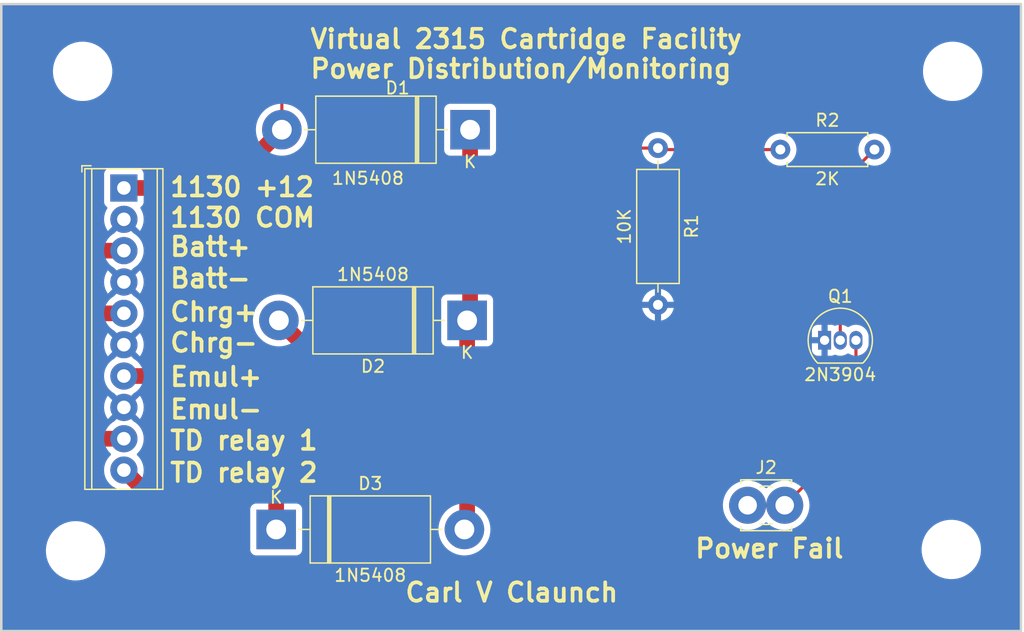
<source format=kicad_pcb>
(kicad_pcb (version 20221018) (generator pcbnew)
  (layers (0 "F.Cu" signal) (31 "B.Cu" signal) (34 "B.Paste" user) (35 "F.Paste" user) (36 "B.SilkS" user "B.Silkscreen") (37 "F.SilkS" user "F.Silkscreen") (38 "B.Mask" user) (39 "F.Mask" user) (44 "Edge.Cuts" user))
  (net 0 "")
  (net 1 "Net-(D1-K)")
  (net 2 "Net-(D1-A)")
  (net 3 "Net-(D3-K)")
  (net 4 "GNDREF")
  (net 5 "Net-(J2-Pin_1)")
  (net 6 "Net-(Q1-B)")
  (net 7 "Net-(J1-Pin_3)")
  (net 8 "Net-(D2-A)")
  (footprint "TerminalBlock_Phoenix:TerminalBlock_Phoenix_MPT-0,5-10-2.54_1x10_P2.54mm_Horizontal" (layer "F.Cu") (at 92.12 80.99 -90)
    (fp_text reference "J1" hide)
    (fp_text value "Screw_Terminal_01x10")
    (fp_line (start -1.8 2.66) (end -1.8 3.4) (stroke (width 0.12)) (layer "F.SilkS"))
    (fp_line (start -1.8 3.4) (end -1.3 3.4) (stroke (width 0.12)) (layer "F.SilkS"))
    (fp_line (start -1.56 -3.16) (end -1.56 3.16) (stroke (width 0.12)) (layer "F.SilkS"))
    (fp_line (start -1.56 -3.16) (end 24.42 -3.16) (stroke (width 0.12)) (layer "F.SilkS"))
    (fp_line (start -1.56 -2.7) (end 24.42 -2.7) (stroke (width 0.12)) (layer "F.SilkS"))
    (fp_line (start -1.56 2.6) (end 24.42 2.6) (stroke (width 0.12)) (layer "F.SilkS"))
    (fp_line (start -1.56 3.16) (end 24.42 3.16) (stroke (width 0.12)) (layer "F.SilkS"))
    (fp_line (start 24.42 -3.16) (end 24.42 3.16) (stroke (width 0.12)) (layer "F.SilkS"))
    (pad "1" thru_hole rect (at 0 0 270) (size 2.2 2.2) (drill 1.1) (layers "*.Cu" "*.Mask") (net 2 "Net-(D1-A)"))
    (pad "2" thru_hole circle (at 2.54 0 270) (size 2.2 2.2) (drill 1.1) (layers "*.Cu" "*.Mask") (net 4 "GNDREF"))
    (pad "3" thru_hole circle (at 5.08 0 270) (size 2.2 2.2) (drill 1.1) (layers "*.Cu" "*.Mask") (net 7 "Net-(J1-Pin_3)"))
    (pad "4" thru_hole circle (at 7.62 0 270) (size 2.2 2.2) (drill 1.1) (layers "*.Cu" "*.Mask") (net 4 "GNDREF"))
    (pad "5" thru_hole circle (at 10.16 0 270) (size 2.2 2.2) (drill 1.1) (layers "*.Cu" "*.Mask") (net 7 "Net-(J1-Pin_3)"))
    (pad "6" thru_hole circle (at 12.7 0 270) (size 2.2 2.2) (drill 1.1) (layers "*.Cu" "*.Mask") (net 4 "GNDREF"))
    (pad "7" thru_hole circle (at 15.24 0 270) (size 2.2 2.2) (drill 1.1) (layers "*.Cu" "*.Mask") (net 3 "Net-(D3-K)"))
    (pad "8" thru_hole circle (at 17.78 0 270) (size 2.2 2.2) (drill 1.1) (layers "*.Cu" "*.Mask") (net 4 "GNDREF"))
    (pad "9" thru_hole circle (at 20.32 0 270) (size 2.2 2.2) (drill 1.1) (layers "*.Cu" "*.Mask") (net 7 "Net-(J1-Pin_3)"))
    (pad "10" thru_hole circle (at 22.86 0 270) (size 2.2 2.2) (drill 1.1) (layers "*.Cu" "*.Mask") (net 8 "Net-(D2-A)"))
  )
  (footprint "Resistor_THT:R_Axial_DIN0309_L9.0mm_D3.2mm_P12.70mm_Horizontal" (layer "F.Cu") (at 135.36 77.76 -90)
    (fp_text reference "R1" (at 6.35 -2.72 90) (layer "F.SilkS"))
    (fp_text value "10K" (at 6.35 2.72 90) (layer "F.SilkS"))
    (fp_line (start 1.04 0) (end 1.73 0) (stroke (width 0.12)) (layer "F.SilkS"))
    (fp_line (start 1.73 -1.72) (end 1.73 1.72) (stroke (width 0.12)) (layer "F.SilkS"))
    (fp_line (start 1.73 1.72) (end 10.97 1.72) (stroke (width 0.12)) (layer "F.SilkS"))
    (fp_line (start 10.97 -1.72) (end 1.73 -1.72) (stroke (width 0.12)) (layer "F.SilkS"))
    (fp_line (start 10.97 1.72) (end 10.97 -1.72) (stroke (width 0.12)) (layer "F.SilkS"))
    (fp_line (start 11.66 0) (end 10.97 0) (stroke (width 0.12)) (layer "F.SilkS"))
    (pad "1" thru_hole circle (at 0 0 270) (size 1.6 1.6) (drill 0.8) (layers "*.Cu" "*.Mask") (net 2 "Net-(D1-A)"))
    (pad "2" thru_hole oval (at 12.7 0 270) (size 1.6 1.6) (drill 0.8) (layers "*.Cu" "*.Mask") (net 4 "GNDREF"))
  )
  (footprint "TerminalBlock_MetzConnect:TerminalBlock_MetzConnect_360272_1x01_Horizontal_ScrewM2.6" (layer "F.Cu") (at 142.62 106.7)
    (fp_text reference "J2" (at 1.5 -3.06) (layer "F.SilkS"))
    (fp_text value "Screw_Terminal_01x01")
    (fp_line (start -0.56 -2.06) (end -0.56 -1.755) (stroke (width 0.12)) (layer "F.SilkS"))
    (fp_line (start -0.56 -2.06) (end 3.56 -2.06) (stroke (width 0.12)) (layer "F.SilkS"))
    (fp_line (start -0.56 1.755) (end -0.56 2.06) (stroke (width 0.12)) (layer "F.SilkS"))
    (fp_line (start -0.56 2.06) (end 3.56 2.06) (stroke (width 0.12)) (layer "F.SilkS"))
    (fp_line (start 3.56 -2.06) (end 3.56 -1.755) (stroke (width 0.12)) (layer "F.SilkS"))
    (fp_line (start 3.56 1.755) (end 3.56 2.06) (stroke (width 0.12)) (layer "F.SilkS"))
    (fp_arc (start 1.018482 -1.484481) (mid 1.500779 -1.560623) (end 1.983 -1.484) (stroke (width 0.12)) (layer "F.SilkS"))
    (fp_arc (start 1.526458 1.560399) (mid 1.268555 1.543366) (end 1.017 1.484) (stroke (width 0.12)) (layer "F.SilkS"))
    (fp_arc (start 1.982067 1.483648) (mid 1.744038 1.540794) (end 1.5 1.56) (stroke (width 0.12)) (layer "F.SilkS"))
    (pad "1" thru_hole circle (at 0 0) (size 3 3) (drill 1.5) (layers "*.Cu" "*.Mask") (net 5 "Net-(J2-Pin_1)"))
    (pad "1" thru_hole circle (at 3 0) (size 3 3) (drill 1.5) (layers "*.Cu" "*.Mask") (net 5 "Net-(J2-Pin_1)"))
  )
  (footprint "Diode_THT:D_DO-201AD_P15.24mm_Horizontal" (layer "F.Cu") (at 119.91 91.72 180)
    (fp_text reference "D2" (at 7.62 -3.72) (layer "F.SilkS"))
    (fp_text value "1N5408" (at 7.62 3.72) (layer "F.SilkS"))
    (fp_text user "K" (at 0 -2.6) (layer "F.SilkS"))
    (fp_line (start 1.84 0) (end 2.75 0) (stroke (width 0.12)) (layer "F.SilkS"))
    (fp_line (start 2.75 -2.72) (end 2.75 2.72) (stroke (width 0.12)) (layer "F.SilkS"))
    (fp_line (start 2.75 2.72) (end 12.49 2.72) (stroke (width 0.12)) (layer "F.SilkS"))
    (fp_line (start 4.175 -2.72) (end 4.175 2.72) (stroke (width 0.12)) (layer "F.SilkS"))
    (fp_line (start 4.295 -2.72) (end 4.295 2.72) (stroke (width 0.12)) (layer "F.SilkS"))
    (fp_line (start 4.415 -2.72) (end 4.415 2.72) (stroke (width 0.12)) (layer "F.SilkS"))
    (fp_line (start 12.49 -2.72) (end 2.75 -2.72) (stroke (width 0.12)) (layer "F.SilkS"))
    (fp_line (start 12.49 2.72) (end 12.49 -2.72) (stroke (width 0.12)) (layer "F.SilkS"))
    (fp_line (start 13.4 0) (end 12.49 0) (stroke (width 0.12)) (layer "F.SilkS"))
    (pad "1" thru_hole rect (at 0 0 180) (size 3.2 3.2) (drill 1.6) (layers "*.Cu" "*.Mask") (net 1 "Net-(D1-K)"))
    (pad "2" thru_hole oval (at 15.24 0 180) (size 3.2 3.2) (drill 1.6) (layers "*.Cu" "*.Mask") (net 8 "Net-(D2-A)"))
  )
  (footprint "MountingHole:MountingHole_4.3mm_M4" (layer "F.Cu") (at 88.21 110.39)
    (fp_text reference "H3" hide)
    (fp_text value "MountingHole")
    (pad "" np_thru_hole circle (at 0 0) (size 4.3 4.3) (drill 4.3) (layers "*.Cu" "*.Mask"))
  )
  (footprint "MountingHole:MountingHole_4.3mm_M4" (layer "F.Cu") (at 88.78 71.54)
    (fp_text reference "H1" hide)
    (fp_text value "MountingHole")
    (pad "" np_thru_hole circle (at 0 0) (size 4.3 4.3) (drill 4.3) (layers "*.Cu" "*.Mask"))
  )
  (footprint "Package_TO_SOT_THT:TO-92_Inline" (layer "F.Cu") (at 148.85 93.33)
    (fp_text reference "Q1" (at 1.27 -3.56) (layer "F.SilkS"))
    (fp_text value "2N3904" (at 1.27 2.79) (layer "F.SilkS"))
    (fp_line (start -0.53 1.85) (end 3.07 1.85) (stroke (width 0.12)) (layer "F.SilkS"))
    (fp_arc (start -0.568478 1.838478) (mid -1.132087 -0.994977) (end 1.27 -2.6) (stroke (width 0.12)) (layer "F.SilkS"))
    (fp_arc (start 1.27 -2.6) (mid 3.672087 -0.994977) (end 3.108478 1.838478) (stroke (width 0.12)) (layer "F.SilkS"))
    (pad "1" thru_hole rect (at 0 0) (size 1.05 1.5) (drill 0.75) (layers "*.Cu" "*.Mask") (net 4 "GNDREF"))
    (pad "2" thru_hole oval (at 1.27 0) (size 1.05 1.5) (drill 0.75) (layers "*.Cu" "*.Mask") (net 6 "Net-(Q1-B)"))
    (pad "3" thru_hole oval (at 2.54 0) (size 1.05 1.5) (drill 0.75) (layers "*.Cu" "*.Mask") (net 5 "Net-(J2-Pin_1)"))
  )
  (footprint "Resistor_THT:R_Axial_DIN0207_L6.3mm_D2.5mm_P7.62mm_Horizontal" (layer "F.Cu") (at 145.27 77.88)
    (fp_text reference "R2" (at 3.81 -2.37) (layer "F.SilkS"))
    (fp_text value "2K" (at 3.81 2.37) (layer "F.SilkS"))
    (fp_line (start 0.54 -1.37) (end 7.08 -1.37) (stroke (width 0.12)) (layer "F.SilkS"))
    (fp_line (start 0.54 -1.04) (end 0.54 -1.37) (stroke (width 0.12)) (layer "F.SilkS"))
    (fp_line (start 0.54 1.04) (end 0.54 1.37) (stroke (width 0.12)) (layer "F.SilkS"))
    (fp_line (start 0.54 1.37) (end 7.08 1.37) (stroke (width 0.12)) (layer "F.SilkS"))
    (fp_line (start 7.08 -1.37) (end 7.08 -1.04) (stroke (width 0.12)) (layer "F.SilkS"))
    (fp_line (start 7.08 1.37) (end 7.08 1.04) (stroke (width 0.12)) (layer "F.SilkS"))
    (pad "1" thru_hole circle (at 0 0) (size 1.6 1.6) (drill 0.8) (layers "*.Cu" "*.Mask") (net 2 "Net-(D1-A)"))
    (pad "2" thru_hole oval (at 7.62 0) (size 1.6 1.6) (drill 0.8) (layers "*.Cu" "*.Mask") (net 6 "Net-(Q1-B)"))
  )
  (footprint "MountingHole:MountingHole_4.3mm_M4" (layer "F.Cu") (at 159.22 71.54)
    (fp_text reference "H2" hide)
    (fp_text value "MountingHole")
    (pad "" np_thru_hole circle (at 0 0) (size 4.3 4.3) (drill 4.3) (layers "*.Cu" "*.Mask"))
  )
  (footprint "Diode_THT:D_DO-201AD_P15.24mm_Horizontal" (layer "F.Cu") (at 120.15 76.27 180)
    (fp_text reference "D1" (at 5.87 3.38) (layer "F.SilkS"))
    (fp_text value "1N5408" (at 8.27 -3.94) (layer "F.SilkS"))
    (fp_text user "K" (at 0 -2.6) (layer "F.SilkS"))
    (fp_line (start 1.84 0) (end 2.75 0) (stroke (width 0.12)) (layer "F.SilkS"))
    (fp_line (start 2.75 -2.72) (end 2.75 2.72) (stroke (width 0.12)) (layer "F.SilkS"))
    (fp_line (start 2.75 2.72) (end 12.49 2.72) (stroke (width 0.12)) (layer "F.SilkS"))
    (fp_line (start 4.175 -2.72) (end 4.175 2.72) (stroke (width 0.12)) (layer "F.SilkS"))
    (fp_line (start 4.295 -2.72) (end 4.295 2.72) (stroke (width 0.12)) (layer "F.SilkS"))
    (fp_line (start 4.415 -2.72) (end 4.415 2.72) (stroke (width 0.12)) (layer "F.SilkS"))
    (fp_line (start 12.49 -2.72) (end 2.75 -2.72) (stroke (width 0.12)) (layer "F.SilkS"))
    (fp_line (start 12.49 2.72) (end 12.49 -2.72) (stroke (width 0.12)) (layer "F.SilkS"))
    (fp_line (start 13.4 0) (end 12.49 0) (stroke (width 0.12)) (layer "F.SilkS"))
    (pad "1" thru_hole rect (at 0 0 180) (size 3.2 3.2) (drill 1.6) (layers "*.Cu" "*.Mask") (net 1 "Net-(D1-K)"))
    (pad "2" thru_hole oval (at 15.24 0 180) (size 3.2 3.2) (drill 1.6) (layers "*.Cu" "*.Mask") (net 2 "Net-(D1-A)"))
  )
  (footprint "MountingHole:MountingHole_4.3mm_M4" (layer "F.Cu") (at 159.11 110.28)
    (fp_text reference "H4" hide)
    (fp_text value "MountingHole")
    (pad "" np_thru_hole circle (at 0 0) (size 4.3 4.3) (drill 4.3) (layers "*.Cu" "*.Mask"))
  )
  (footprint "Diode_THT:D_DO-201AD_P15.24mm_Horizontal" (layer "F.Cu") (at 104.45 108.66)
    (fp_text reference "D3" (at 7.62 -3.72) (layer "F.SilkS"))
    (fp_text value "1N5408" (at 7.62 3.72) (layer "F.SilkS"))
    (fp_text user "K" (at 0 -2.6) (layer "F.SilkS"))
    (fp_line (start 1.84 0) (end 2.75 0) (stroke (width 0.12)) (layer "F.SilkS"))
    (fp_line (start 2.75 -2.72) (end 2.75 2.72) (stroke (width 0.12)) (layer "F.SilkS"))
    (fp_line (start 2.75 2.72) (end 12.49 2.72) (stroke (width 0.12)) (layer "F.SilkS"))
    (fp_line (start 4.175 -2.72) (end 4.175 2.72) (stroke (width 0.12)) (layer "F.SilkS"))
    (fp_line (start 4.295 -2.72) (end 4.295 2.72) (stroke (width 0.12)) (layer "F.SilkS"))
    (fp_line (start 4.415 -2.72) (end 4.415 2.72) (stroke (width 0.12)) (layer "F.SilkS"))
    (fp_line (start 12.49 -2.72) (end 2.75 -2.72) (stroke (width 0.12)) (layer "F.SilkS"))
    (fp_line (start 12.49 2.72) (end 12.49 -2.72) (stroke (width 0.12)) (layer "F.SilkS"))
    (fp_line (start 13.4 0) (end 12.49 0) (stroke (width 0.12)) (layer "F.SilkS"))
    (pad "1" thru_hole rect (at 0 0) (size 3.2 3.2) (drill 1.6) (layers "*.Cu" "*.Mask") (net 3 "Net-(D3-K)"))
    (pad "2" thru_hole oval (at 15.24 0) (size 3.2 3.2) (drill 1.6) (layers "*.Cu" "*.Mask") (net 1 "Net-(D1-K)"))
  )
  (gr_rect (start 82.2 66.09) (end 164.75 116.89) (stroke (width 0.2)) (fill none) (layer "Edge.Cuts"))
  (gr_text "Chrg+" (at 95.71 91.912) (layer "F.SilkS") (effects (font (size 1.5 1.5) (thickness 0.3) bold) (justify left bottom)))
  (gr_text "TD relay 1" (at 95.71 102.33) (layer "F.SilkS") (effects (font (size 1.5 1.5) (thickness 0.3) bold) (justify left bottom)))
  (gr_text "Virtual 2315 Cartridge Facility\nPower Distribution/Monitoring" (at 107.07 72.21) (layer "F.SilkS") (effects (font (size 1.5 1.5) (thickness 0.3) bold) (justify left bottom)))
  (gr_text "Carl V Claunch" (at 114.75 114.64) (layer "F.SilkS") (effects (font (size 1.5 1.5) (thickness 0.3) bold) (justify left bottom)))
  (gr_text "1130 COM" (at 95.71 84.27) (layer "F.SilkS") (effects (font (size 1.5 1.5) (thickness 0.3) bold) (justify left bottom)))
  (gr_text "TD relay 2" (at 95.71 104.938) (layer "F.SilkS") (effects (font (size 1.5 1.5) (thickness 0.3) bold) (justify left bottom)))
  (gr_text "Batt-" (at 95.71 89.19) (layer "F.SilkS") (effects (font (size 1.5 1.5) (thickness 0.3) bold) (justify left bottom)))
  (gr_text "1130 +12" (at 95.71 81.8) (layer "F.SilkS") (effects (font (size 1.5 1.5) (thickness 0.3) bold) (justify left bottom)))
  (gr_text "Emul+" (at 95.71 97.17) (layer "F.SilkS") (effects (font (size 1.5 1.5) (thickness 0.3) bold) (justify left bottom)))
  (gr_text "Batt+" (at 95.71 86.63) (layer "F.SilkS") (effects (font (size 1.5 1.5) (thickness 0.3) bold) (justify left bottom)))
  (gr_text "Chrg-" (at 95.71 94.4) (layer "F.SilkS") (effects (font (size 1.5 1.5) (thickness 0.3) bold) (justify left bottom)))
  (gr_text "Power Fail" (at 138.22 111.08) (layer "F.SilkS") (effects (font (size 1.5 1.5) (thickness 0.3) bold) (justify left bottom)))
  (gr_text "Emul-" (at 95.71 99.81) (layer "F.SilkS") (effects (font (size 1.5 1.5) (thickness 0.3) bold) (justify left bottom)))
  (segment (start 119.91 108.44) (end 119.69 108.66) (width 0.25) (layer "F.Cu") (net 1))
  (segment (start 119.91 91.72) (end 119.91 108.44) (width 1.27) (layer "F.Cu") (net 1))
  (segment (start 120.15 76.27) (end 120.15 91.48) (width 1.27) (layer "F.Cu") (net 1))
  (segment (start 120.15 91.48) (end 119.91 91.72) (width 0.25) (layer "F.Cu") (net 1))
  (segment (start 92.12 80.99) (end 100.19 80.99) (width 1.27) (layer "F.Cu") (net 2))
  (segment (start 135.48 77.88) (end 135.36 77.76) (width 0.25) (layer "F.Cu") (net 2))
  (segment (start 132.82 77.76) (end 135.36 77.76) (width 0.25) (layer "F.Cu") (net 2))
  (segment (start 105.89 70.65) (end 125.71 70.65) (width 0.25) (layer "F.Cu") (net 2))
  (segment (start 100.19 80.99) (end 104.91 76.27) (width 1.27) (layer "F.Cu") (net 2))
  (segment (start 125.71 70.65) (end 132.82 77.76) (width 0.25) (layer "F.Cu") (net 2))
  (segment (start 105.84 70.65) (end 105.89 70.65) (width 0.25) (layer "F.Cu") (net 2))
  (segment (start 145.27 77.88) (end 135.48 77.88) (width 0.25) (layer "F.Cu") (net 2))
  (segment (start 104.71 71.78) (end 105.84 70.65) (width 0.25) (layer "F.Cu") (net 2))
  (segment (start 104.91 76.27) (end 104.91 71.63) (width 0.25) (layer "F.Cu") (net 2))
  (segment (start 104.91 71.63) (end 105.89 70.65) (width 0.25) (layer "F.Cu") (net 2))
  (segment (start 98.92 96.23) (end 92.12 96.23) (width 1.27) (layer "F.Cu") (net 3))
  (segment (start 104.45 101.76) (end 98.92 96.23) (width 1.27) (layer "F.Cu") (net 3))
  (segment (start 104.45 108.66) (end 104.45 101.76) (width 1.27) (layer "F.Cu") (net 3))
  (segment (start 151.39 93.33) (end 151.39 100.93) (width 0.25) (layer "F.Cu") (net 5))
  (segment (start 151.39 100.93) (end 145.62 106.7) (width 0.25) (layer "F.Cu") (net 5))
  (segment (start 142.62 106.7) (end 145.62 106.7) (width 0.25) (layer "F.Cu") (net 5))
  (segment (start 150.12 80.65) (end 152.89 77.88) (width 0.25) (layer "F.Cu") (net 6))
  (segment (start 150.12 93.33) (end 150.12 80.65) (width 0.25) (layer "F.Cu") (net 6))
  (segment (start 86.18 99.55) (end 87.94 101.31) (width 1.27) (layer "F.Cu") (net 7))
  (segment (start 86.18 88.09) (end 86.18 99.55) (width 1.27) (layer "F.Cu") (net 7))
  (segment (start 92.12 86.07) (end 88.2 86.07) (width 1.27) (layer "F.Cu") (net 7))
  (segment (start 92.69 91.72) (end 92.12 91.15) (width 0.25) (layer "F.Cu") (net 7))
  (segment (start 88.48 91.15) (end 92.12 91.15) (width 1.27) (layer "F.Cu") (net 7))
  (segment (start 86.18 88.85) (end 88.48 91.15) (width 1.27) (layer "F.Cu") (net 7))
  (segment (start 88.2 86.07) (end 86.18 88.09) (width 1.27) (layer "F.Cu") (net 7))
  (segment (start 87.94 101.31) (end 92.12 101.31) (width 1.27) (layer "F.Cu") (net 7))
  (segment (start 104.67 91.72) (end 112.14 99.19) (width 1.27) (layer "F.Cu") (net 8))
  (segment (start 101.49 113.22) (end 92.12 103.85) (width 1.27) (layer "F.Cu") (net 8))
  (segment (start 112.14 99.19) (end 112.14 111.4) (width 1.27) (layer "F.Cu") (net 8))
  (segment (start 110.32 113.22) (end 101.49 113.22) (width 1.27) (layer "F.Cu") (net 8))
  (segment (start 112.14 111.4) (end 110.32 113.22) (width 1.27) (layer "F.Cu") (net 8))
  (zone (net 4) (net_name "GNDREF") (layer "B.Cu") (connect_pads (clearance 0.5)) (min_thickness 0.25) (fill yes (thermal_gap 0.5) (thermal_bridge_width 0.5))
    (polygon (pts (xy 82.09 65.91) (xy 82.09 116.87) (xy 164.79 116.87) (xy 165.02 65.76)))
  )
)
</source>
